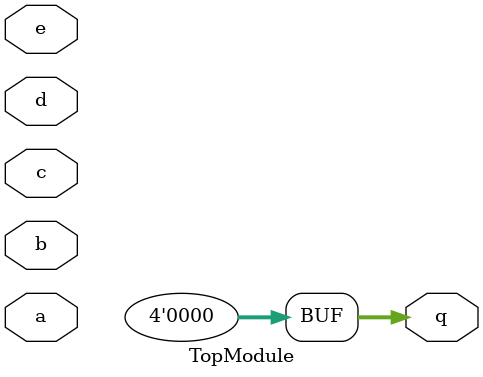
<source format=v>
module TopModule (
  input [3:0] a,
  input [3:0] b,
  input [3:0] c,
  input [3:0] d,
  input [3:0] e,
  output reg [3:0] q
);

  // Module body - leave empty or add minimal initialization.
  initial begin
    q = 0; // Optional: Initialize q to 0.
  end

endmodule
</source>
